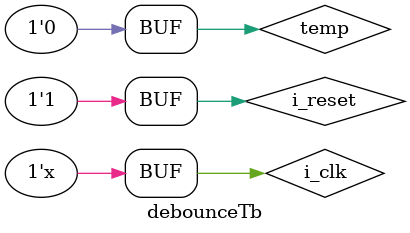
<source format=v>
`timescale 1ns / 1ps


module debounceTb;

	// Inputs
	reg i_reset;
	reg i_clk;
	wire[7:0] pc;
	reg temp;
	// Outputs
	wire o_resetPc;

	// Instantiate the Unit Under Test (UUT)
	deBounce uut (
		.i_reset(i_reset), 
		.i_clk(i_clk), 
		.o_resetPc(o_resetPc)
	);
	
	
	//////
	setPc uut1 (
		.i_reset(temp), 
		.i_incPc(o_resetPc), 
		.i_pcIn(pc), 
		.o_pcOut(pc)
	);

	initial begin
		// Initialize Inputs
		i_reset = 1;
		i_clk = 0;
		temp = 0;
		//pc = 8'b0;
		#9 i_reset = 0;
		#20 i_reset = 1;
		#19 i_reset = 0;
		#36 i_reset = 1;
		#17 i_reset = 0;
		#63 i_reset = 1;
		#63 i_reset = 0;
		#30 i_reset = 1;
		#37 i_reset = 0;
		#58 i_reset = 1;
		#65 i_reset = 0;
		#20 i_reset = 1;
		#70 temp = 1;
		#20 temp = 0;
		
	end

		always 
			#5 i_clk = ~i_clk; 
      
endmodule


</source>
